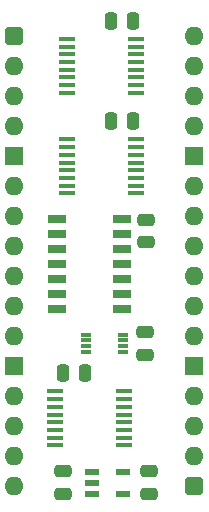
<source format=gbr>
%TF.GenerationSoftware,KiCad,Pcbnew,7.0.5*%
%TF.CreationDate,2023-12-16T20:33:15+02:00*%
%TF.ProjectId,SNES Clock,534e4553-2043-46c6-9f63-6b2e6b696361,rev?*%
%TF.SameCoordinates,Original*%
%TF.FileFunction,Soldermask,Top*%
%TF.FilePolarity,Negative*%
%FSLAX46Y46*%
G04 Gerber Fmt 4.6, Leading zero omitted, Abs format (unit mm)*
G04 Created by KiCad (PCBNEW 7.0.5) date 2023-12-16 20:33:15*
%MOMM*%
%LPD*%
G01*
G04 APERTURE LIST*
G04 Aperture macros list*
%AMRoundRect*
0 Rectangle with rounded corners*
0 $1 Rounding radius*
0 $2 $3 $4 $5 $6 $7 $8 $9 X,Y pos of 4 corners*
0 Add a 4 corners polygon primitive as box body*
4,1,4,$2,$3,$4,$5,$6,$7,$8,$9,$2,$3,0*
0 Add four circle primitives for the rounded corners*
1,1,$1+$1,$2,$3*
1,1,$1+$1,$4,$5*
1,1,$1+$1,$6,$7*
1,1,$1+$1,$8,$9*
0 Add four rect primitives between the rounded corners*
20,1,$1+$1,$2,$3,$4,$5,0*
20,1,$1+$1,$4,$5,$6,$7,0*
20,1,$1+$1,$6,$7,$8,$9,0*
20,1,$1+$1,$8,$9,$2,$3,0*%
G04 Aperture macros list end*
%ADD10R,1.150000X0.600000*%
%ADD11R,1.550000X0.650000*%
%ADD12R,1.450000X0.450000*%
%ADD13R,0.850000X0.300000*%
%ADD14RoundRect,0.400000X-0.400000X-0.400000X0.400000X-0.400000X0.400000X0.400000X-0.400000X0.400000X0*%
%ADD15O,1.600000X1.600000*%
%ADD16R,1.600000X1.600000*%
%ADD17RoundRect,0.250000X0.475000X-0.250000X0.475000X0.250000X-0.475000X0.250000X-0.475000X-0.250000X0*%
%ADD18RoundRect,0.250000X-0.475000X0.250000X-0.475000X-0.250000X0.475000X-0.250000X0.475000X0.250000X0*%
%ADD19RoundRect,0.250000X0.250000X0.475000X-0.250000X0.475000X-0.250000X-0.475000X0.250000X-0.475000X0*%
G04 APERTURE END LIST*
D10*
%TO.C,IC11*%
X92964000Y-108016000D03*
X92964000Y-108966000D03*
X92964000Y-109916000D03*
X95564000Y-109916000D03*
X95564000Y-108016000D03*
%TD*%
D11*
%TO.C,IC5*%
X89985000Y-86614000D03*
X89985000Y-87884000D03*
X89985000Y-89154000D03*
X89985000Y-90424000D03*
X89985000Y-91694000D03*
X89985000Y-92964000D03*
X89985000Y-94234000D03*
X95435000Y-94234000D03*
X95435000Y-92964000D03*
X95435000Y-91694000D03*
X95435000Y-90424000D03*
X95435000Y-89154000D03*
X95435000Y-87884000D03*
X95435000Y-86614000D03*
%TD*%
D12*
%TO.C,IC4*%
X89785000Y-101230000D03*
X89785000Y-101880000D03*
X89785000Y-102530000D03*
X89785000Y-103180000D03*
X89785000Y-103830000D03*
X89785000Y-104480000D03*
X89785000Y-105130000D03*
X89785000Y-105780000D03*
X95635000Y-105780000D03*
X95635000Y-105130000D03*
X95635000Y-104480000D03*
X95635000Y-103830000D03*
X95635000Y-103180000D03*
X95635000Y-102530000D03*
X95635000Y-101880000D03*
X95635000Y-101230000D03*
%TD*%
D13*
%TO.C,IC3*%
X92405000Y-96405000D03*
X92405000Y-96905000D03*
X92405000Y-97405000D03*
X92405000Y-97905000D03*
X95555000Y-97905000D03*
X95555000Y-97405000D03*
X95555000Y-96905000D03*
X95555000Y-96405000D03*
%TD*%
D12*
%TO.C,IC2*%
X90801000Y-71385000D03*
X90801000Y-72035000D03*
X90801000Y-72685000D03*
X90801000Y-73335000D03*
X90801000Y-73985000D03*
X90801000Y-74635000D03*
X90801000Y-75285000D03*
X90801000Y-75935000D03*
X96651000Y-75935000D03*
X96651000Y-75285000D03*
X96651000Y-74635000D03*
X96651000Y-73985000D03*
X96651000Y-73335000D03*
X96651000Y-72685000D03*
X96651000Y-72035000D03*
X96651000Y-71385000D03*
%TD*%
%TO.C,IC1*%
X90801000Y-79894000D03*
X90801000Y-80544000D03*
X90801000Y-81194000D03*
X90801000Y-81844000D03*
X90801000Y-82494000D03*
X90801000Y-83144000D03*
X90801000Y-83794000D03*
X90801000Y-84444000D03*
X96651000Y-84444000D03*
X96651000Y-83794000D03*
X96651000Y-83144000D03*
X96651000Y-82494000D03*
X96651000Y-81844000D03*
X96651000Y-81194000D03*
X96651000Y-80544000D03*
X96651000Y-79894000D03*
%TD*%
D14*
%TO.C,J2*%
X86360000Y-71120000D03*
D15*
X86360000Y-73660000D03*
X86360000Y-76200000D03*
X86360000Y-78740000D03*
D16*
X86360000Y-81280000D03*
D15*
X86360000Y-83820000D03*
X86360000Y-86360000D03*
X86360000Y-88900000D03*
X86360000Y-91440000D03*
X86360000Y-93980000D03*
X86360000Y-96520000D03*
D16*
X86360000Y-99060000D03*
D15*
X86360000Y-101600000D03*
X86360000Y-104140000D03*
X86360000Y-106680000D03*
X86360000Y-109220000D03*
D14*
X101600000Y-109220000D03*
D15*
X101600000Y-106680000D03*
X101600000Y-104140000D03*
X101600000Y-101600000D03*
D16*
X101600000Y-99060000D03*
D15*
X101600000Y-96520000D03*
X101600000Y-93980000D03*
X101600000Y-91440000D03*
X101600000Y-88900000D03*
X101600000Y-86360000D03*
X101600000Y-83820000D03*
D16*
X101600000Y-81280000D03*
D15*
X101600000Y-78740000D03*
X101600000Y-76200000D03*
X101600000Y-73660000D03*
X101600000Y-71120000D03*
%TD*%
D17*
%TO.C,C10*%
X97790000Y-109900000D03*
X97790000Y-108000000D03*
%TD*%
%TO.C,C9*%
X90454000Y-109900000D03*
X90454000Y-108000000D03*
%TD*%
D18*
%TO.C,C8*%
X97409000Y-96221000D03*
X97409000Y-98121000D03*
%TD*%
D19*
%TO.C,C1*%
X92374000Y-99695000D03*
X90474000Y-99695000D03*
%TD*%
%TO.C,C2*%
X96438000Y-78359000D03*
X94538000Y-78359000D03*
%TD*%
%TO.C,C7*%
X96438000Y-69850000D03*
X94538000Y-69850000D03*
%TD*%
D18*
%TO.C,C6*%
X97536000Y-86696000D03*
X97536000Y-88596000D03*
%TD*%
M02*

</source>
